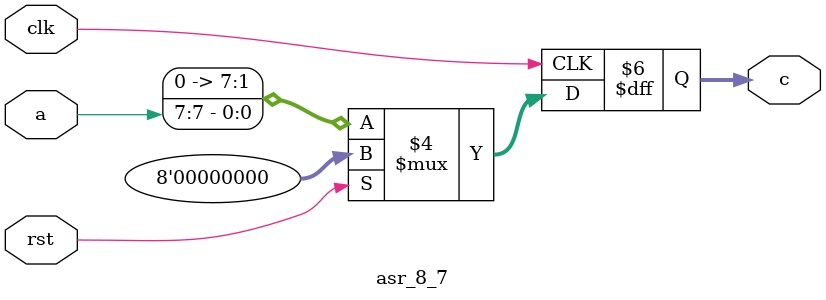
<source format=v>
module asr_8_7(
    a,
    c,
    clk,
    rst
);

input [7:0] a;
input clk, rst;
output [7:0] c;

always @ ( posedge clk )
begin
    case(rst)
        0: c = a >>> 7;
        default: c = 0;
    endcase
end

endmodule

</source>
